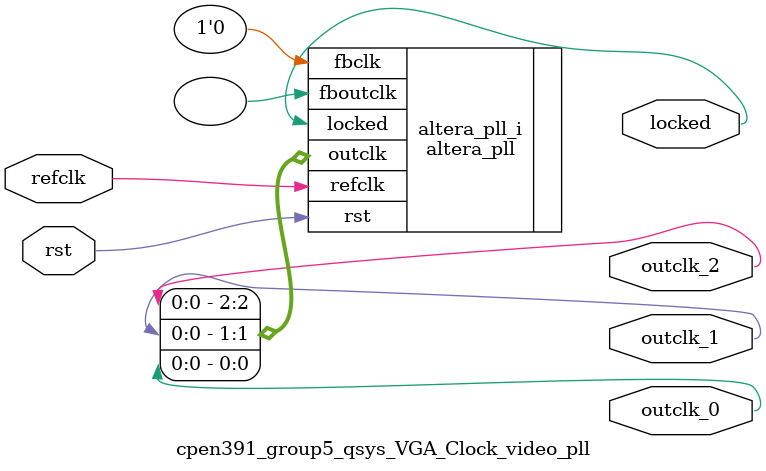
<source format=v>
`timescale 1ns/10ps
module  cpen391_group5_qsys_VGA_Clock_video_pll(

	// interface 'refclk'
	input wire refclk,

	// interface 'reset'
	input wire rst,

	// interface 'outclk0'
	output wire outclk_0,

	// interface 'outclk1'
	output wire outclk_1,

	// interface 'outclk2'
	output wire outclk_2,

	// interface 'locked'
	output wire locked
);

	altera_pll #(
		.fractional_vco_multiplier("false"),
		.reference_clock_frequency("50.0 MHz"),
		.operation_mode("direct"),
		.number_of_clocks(3),
		.output_clock_frequency0("25.000000 MHz"),
		.phase_shift0("0 ps"),
		.duty_cycle0(50),
		.output_clock_frequency1("25.000000 MHz"),
		.phase_shift1("0 ps"),
		.duty_cycle1(50),
		.output_clock_frequency2("33.000000 MHz"),
		.phase_shift2("0 ps"),
		.duty_cycle2(50),
		.output_clock_frequency3("0 MHz"),
		.phase_shift3("0 ps"),
		.duty_cycle3(50),
		.output_clock_frequency4("0 MHz"),
		.phase_shift4("0 ps"),
		.duty_cycle4(50),
		.output_clock_frequency5("0 MHz"),
		.phase_shift5("0 ps"),
		.duty_cycle5(50),
		.output_clock_frequency6("0 MHz"),
		.phase_shift6("0 ps"),
		.duty_cycle6(50),
		.output_clock_frequency7("0 MHz"),
		.phase_shift7("0 ps"),
		.duty_cycle7(50),
		.output_clock_frequency8("0 MHz"),
		.phase_shift8("0 ps"),
		.duty_cycle8(50),
		.output_clock_frequency9("0 MHz"),
		.phase_shift9("0 ps"),
		.duty_cycle9(50),
		.output_clock_frequency10("0 MHz"),
		.phase_shift10("0 ps"),
		.duty_cycle10(50),
		.output_clock_frequency11("0 MHz"),
		.phase_shift11("0 ps"),
		.duty_cycle11(50),
		.output_clock_frequency12("0 MHz"),
		.phase_shift12("0 ps"),
		.duty_cycle12(50),
		.output_clock_frequency13("0 MHz"),
		.phase_shift13("0 ps"),
		.duty_cycle13(50),
		.output_clock_frequency14("0 MHz"),
		.phase_shift14("0 ps"),
		.duty_cycle14(50),
		.output_clock_frequency15("0 MHz"),
		.phase_shift15("0 ps"),
		.duty_cycle15(50),
		.output_clock_frequency16("0 MHz"),
		.phase_shift16("0 ps"),
		.duty_cycle16(50),
		.output_clock_frequency17("0 MHz"),
		.phase_shift17("0 ps"),
		.duty_cycle17(50),
		.pll_type("General"),
		.pll_subtype("General")
	) altera_pll_i (
		.rst	(rst),
		.outclk	({outclk_2, outclk_1, outclk_0}),
		.locked	(locked),
		.fboutclk	( ),
		.fbclk	(1'b0),
		.refclk	(refclk)
	);
endmodule


</source>
